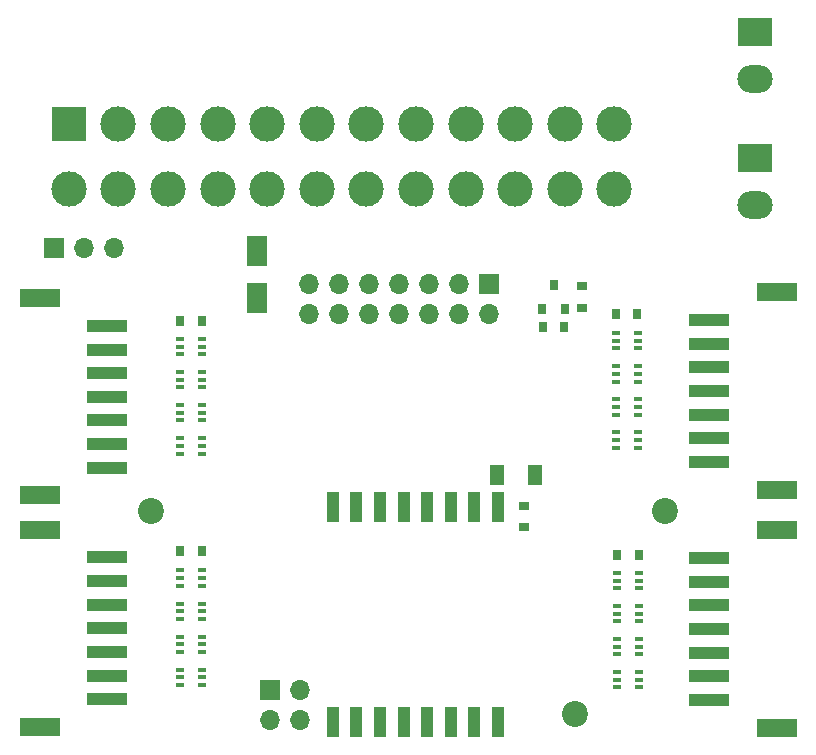
<source format=gbr>
G04 #@! TF.GenerationSoftware,KiCad,Pcbnew,(5.1.2)-2*
G04 #@! TF.CreationDate,2019-09-22T20:07:18+01:00*
G04 #@! TF.ProjectId,LEDPanelControllerV2,4c454450-616e-4656-9c43-6f6e74726f6c,rev?*
G04 #@! TF.SameCoordinates,Original*
G04 #@! TF.FileFunction,Soldermask,Bot*
G04 #@! TF.FilePolarity,Negative*
%FSLAX46Y46*%
G04 Gerber Fmt 4.6, Leading zero omitted, Abs format (unit mm)*
G04 Created by KiCad (PCBNEW (5.1.2)-2) date 2019-09-22 20:07:18*
%MOMM*%
%LPD*%
G04 APERTURE LIST*
%ADD10C,2.200000*%
%ADD11R,1.700000X2.500000*%
%ADD12R,1.000000X2.500000*%
%ADD13R,0.800000X0.900000*%
%ADD14R,0.650000X0.400000*%
%ADD15R,0.900000X0.800000*%
%ADD16R,1.700000X1.700000*%
%ADD17O,1.700000X1.700000*%
%ADD18R,3.000000X2.350000*%
%ADD19O,3.000000X2.350000*%
%ADD20R,3.000000X3.000000*%
%ADD21C,3.000000*%
%ADD22R,3.500000X1.000000*%
%ADD23R,3.400000X1.500000*%
%ADD24R,1.200000X1.700000*%
G04 APERTURE END LIST*
D10*
X160800000Y-116225000D03*
D11*
X133900000Y-77000000D03*
X133900000Y-81000000D03*
D12*
X154300000Y-116900000D03*
X152300000Y-116900000D03*
X150300000Y-116900000D03*
X148300000Y-116900000D03*
X146300000Y-116900000D03*
X144300000Y-116900000D03*
X142300000Y-116900000D03*
X140300000Y-116900000D03*
X140300000Y-98700000D03*
X142300000Y-98700000D03*
X144300000Y-98700000D03*
X146300000Y-98700000D03*
X148300000Y-98700000D03*
X150300000Y-98700000D03*
X152300000Y-98700000D03*
X154300000Y-98700000D03*
D13*
X159950000Y-81900000D03*
X158050000Y-81900000D03*
X159000000Y-79900000D03*
D10*
X124900000Y-99025000D03*
X168400000Y-99025000D03*
D14*
X164250000Y-85250000D03*
X164250000Y-83950000D03*
X166150000Y-84600000D03*
X164250000Y-84600000D03*
X166150000Y-83950000D03*
X166150000Y-85250000D03*
X164250000Y-88050000D03*
X164250000Y-86750000D03*
X166150000Y-87400000D03*
X164250000Y-87400000D03*
X166150000Y-86750000D03*
X166150000Y-88050000D03*
X164250000Y-90850000D03*
X164250000Y-89550000D03*
X166150000Y-90200000D03*
X164250000Y-90200000D03*
X166150000Y-89550000D03*
X166150000Y-90850000D03*
X164250000Y-93650000D03*
X164250000Y-92350000D03*
X166150000Y-93000000D03*
X164250000Y-93000000D03*
X166150000Y-92350000D03*
X166150000Y-93650000D03*
X164350000Y-105550000D03*
X164350000Y-104250000D03*
X166250000Y-104900000D03*
X164350000Y-104900000D03*
X166250000Y-104250000D03*
X166250000Y-105550000D03*
X164350000Y-108350000D03*
X164350000Y-107050000D03*
X166250000Y-107700000D03*
X164350000Y-107700000D03*
X166250000Y-107050000D03*
X166250000Y-108350000D03*
X164350000Y-111150000D03*
X164350000Y-109850000D03*
X166250000Y-110500000D03*
X164350000Y-110500000D03*
X166250000Y-109850000D03*
X166250000Y-111150000D03*
X164350000Y-113950000D03*
X164350000Y-112650000D03*
X166250000Y-113300000D03*
X164350000Y-113300000D03*
X166250000Y-112650000D03*
X166250000Y-113950000D03*
X129250000Y-112450000D03*
X129250000Y-113750000D03*
X127350000Y-113100000D03*
X129250000Y-113100000D03*
X127350000Y-113750000D03*
X127350000Y-112450000D03*
X129250000Y-90050000D03*
X129250000Y-91350000D03*
X127350000Y-90700000D03*
X129250000Y-90700000D03*
X127350000Y-91350000D03*
X127350000Y-90050000D03*
X129250000Y-109650000D03*
X129250000Y-110950000D03*
X127350000Y-110300000D03*
X129250000Y-110300000D03*
X127350000Y-110950000D03*
X127350000Y-109650000D03*
X129250000Y-92850000D03*
X129250000Y-94150000D03*
X127350000Y-93500000D03*
X129250000Y-93500000D03*
X127350000Y-94150000D03*
X127350000Y-92850000D03*
X129250000Y-87250000D03*
X129250000Y-88550000D03*
X127350000Y-87900000D03*
X129250000Y-87900000D03*
X127350000Y-88550000D03*
X127350000Y-87250000D03*
X129250000Y-104050000D03*
X129250000Y-105350000D03*
X127350000Y-104700000D03*
X129250000Y-104700000D03*
X127350000Y-105350000D03*
X127350000Y-104050000D03*
X129250000Y-106850000D03*
X129250000Y-108150000D03*
X127350000Y-107500000D03*
X129250000Y-107500000D03*
X127350000Y-108150000D03*
X127350000Y-106850000D03*
X129250000Y-84450000D03*
X129250000Y-85750000D03*
X127350000Y-85100000D03*
X129250000Y-85100000D03*
X127350000Y-85750000D03*
X127350000Y-84450000D03*
D15*
X161400000Y-81800000D03*
X161400000Y-80000000D03*
D13*
X159900000Y-83400000D03*
X158100000Y-83400000D03*
X164400000Y-102700000D03*
X166200000Y-102700000D03*
X164300000Y-82300000D03*
X166100000Y-82300000D03*
X129200000Y-102400000D03*
X127400000Y-102400000D03*
X129200000Y-82900000D03*
X127400000Y-82900000D03*
D16*
X153500000Y-79800000D03*
D17*
X153500000Y-82340000D03*
X150960000Y-79800000D03*
X150960000Y-82340000D03*
X148420000Y-79800000D03*
X148420000Y-82340000D03*
X145880000Y-79800000D03*
X145880000Y-82340000D03*
X143340000Y-79800000D03*
X143340000Y-82340000D03*
X140800000Y-79800000D03*
X140800000Y-82340000D03*
X138260000Y-79800000D03*
X138260000Y-82340000D03*
D18*
X176050000Y-58450000D03*
D19*
X176050000Y-62410000D03*
D20*
X117950000Y-66250000D03*
D21*
X122150000Y-66250000D03*
X126350000Y-66250000D03*
X130550000Y-66250000D03*
X134750000Y-66250000D03*
X138950000Y-66250000D03*
X143150000Y-66250000D03*
X147350000Y-66250000D03*
X151550000Y-66250000D03*
X155750000Y-66250000D03*
X159950000Y-66250000D03*
X164150000Y-66250000D03*
X117950000Y-71750000D03*
X122150000Y-71750000D03*
X126350000Y-71750000D03*
X130550000Y-71750000D03*
X134750000Y-71750000D03*
X138950000Y-71750000D03*
X143150000Y-71750000D03*
X147350000Y-71750000D03*
X151550000Y-71750000D03*
X155750000Y-71750000D03*
X159950000Y-71750000D03*
X164150000Y-71750000D03*
D16*
X135000000Y-114200000D03*
D17*
X137540000Y-114200000D03*
X135000000Y-116740000D03*
X137540000Y-116740000D03*
D16*
X116700000Y-76750000D03*
D17*
X119240000Y-76750000D03*
X121780000Y-76750000D03*
D22*
X121225000Y-95350000D03*
X121225000Y-93350000D03*
X121225000Y-91350000D03*
X121225000Y-89350000D03*
X121225000Y-87350000D03*
X121225000Y-85350000D03*
X121225000Y-83350000D03*
D23*
X115475000Y-97700000D03*
X115475000Y-81000000D03*
D24*
X157450000Y-96000000D03*
X154250000Y-96000000D03*
D15*
X156500000Y-100350000D03*
X156500000Y-98550000D03*
D22*
X172125000Y-103000000D03*
X172125000Y-105000000D03*
X172125000Y-107000000D03*
X172125000Y-109000000D03*
X172125000Y-111000000D03*
X172125000Y-113000000D03*
X172125000Y-115000000D03*
D23*
X177875000Y-100650000D03*
X177875000Y-117350000D03*
D22*
X172125000Y-82850000D03*
X172125000Y-84850000D03*
X172125000Y-86850000D03*
X172125000Y-88850000D03*
X172125000Y-90850000D03*
X172125000Y-92850000D03*
X172125000Y-94850000D03*
D23*
X177875000Y-80500000D03*
X177875000Y-97200000D03*
D22*
X121225000Y-114950000D03*
X121225000Y-112950000D03*
X121225000Y-110950000D03*
X121225000Y-108950000D03*
X121225000Y-106950000D03*
X121225000Y-104950000D03*
X121225000Y-102950000D03*
D23*
X115475000Y-117300000D03*
X115475000Y-100600000D03*
D18*
X176050000Y-69150000D03*
D19*
X176050000Y-73110000D03*
M02*

</source>
